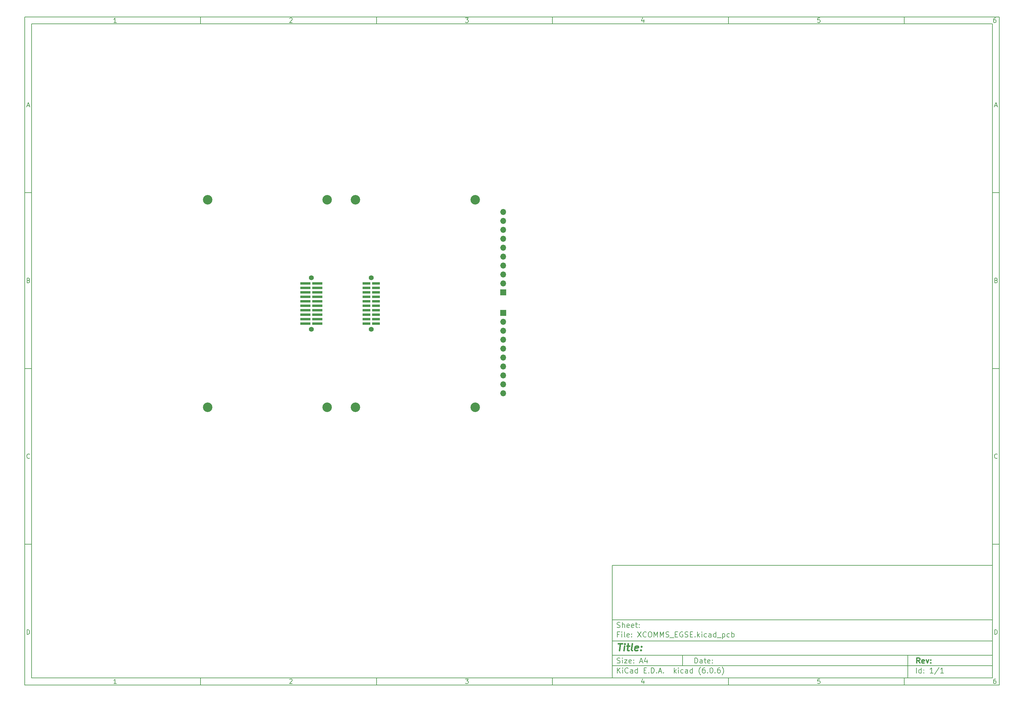
<source format=gbr>
%TF.GenerationSoftware,KiCad,Pcbnew,(6.0.6)*%
%TF.CreationDate,2022-07-08T12:35:32+02:00*%
%TF.ProjectId,XCOMMS_EGSE,58434f4d-4d53-45f4-9547-53452e6b6963,rev?*%
%TF.SameCoordinates,Original*%
%TF.FileFunction,Soldermask,Top*%
%TF.FilePolarity,Negative*%
%FSLAX46Y46*%
G04 Gerber Fmt 4.6, Leading zero omitted, Abs format (unit mm)*
G04 Created by KiCad (PCBNEW (6.0.6)) date 2022-07-08 12:35:32*
%MOMM*%
%LPD*%
G01*
G04 APERTURE LIST*
%ADD10C,0.100000*%
%ADD11C,0.150000*%
%ADD12C,0.300000*%
%ADD13C,0.400000*%
%ADD14C,2.700000*%
%ADD15R,1.700000X1.700000*%
%ADD16O,1.700000X1.700000*%
%ADD17C,1.420000*%
%ADD18R,2.920000X0.650000*%
%ADD19R,2.220000X0.740000*%
G04 APERTURE END LIST*
D10*
D11*
X177002200Y-166007200D02*
X177002200Y-198007200D01*
X285002200Y-198007200D01*
X285002200Y-166007200D01*
X177002200Y-166007200D01*
D10*
D11*
X10000000Y-10000000D02*
X10000000Y-200007200D01*
X287002200Y-200007200D01*
X287002200Y-10000000D01*
X10000000Y-10000000D01*
D10*
D11*
X12000000Y-12000000D02*
X12000000Y-198007200D01*
X285002200Y-198007200D01*
X285002200Y-12000000D01*
X12000000Y-12000000D01*
D10*
D11*
X60000000Y-12000000D02*
X60000000Y-10000000D01*
D10*
D11*
X110000000Y-12000000D02*
X110000000Y-10000000D01*
D10*
D11*
X160000000Y-12000000D02*
X160000000Y-10000000D01*
D10*
D11*
X210000000Y-12000000D02*
X210000000Y-10000000D01*
D10*
D11*
X260000000Y-12000000D02*
X260000000Y-10000000D01*
D10*
D11*
X36065476Y-11588095D02*
X35322619Y-11588095D01*
X35694047Y-11588095D02*
X35694047Y-10288095D01*
X35570238Y-10473809D01*
X35446428Y-10597619D01*
X35322619Y-10659523D01*
D10*
D11*
X85322619Y-10411904D02*
X85384523Y-10350000D01*
X85508333Y-10288095D01*
X85817857Y-10288095D01*
X85941666Y-10350000D01*
X86003571Y-10411904D01*
X86065476Y-10535714D01*
X86065476Y-10659523D01*
X86003571Y-10845238D01*
X85260714Y-11588095D01*
X86065476Y-11588095D01*
D10*
D11*
X135260714Y-10288095D02*
X136065476Y-10288095D01*
X135632142Y-10783333D01*
X135817857Y-10783333D01*
X135941666Y-10845238D01*
X136003571Y-10907142D01*
X136065476Y-11030952D01*
X136065476Y-11340476D01*
X136003571Y-11464285D01*
X135941666Y-11526190D01*
X135817857Y-11588095D01*
X135446428Y-11588095D01*
X135322619Y-11526190D01*
X135260714Y-11464285D01*
D10*
D11*
X185941666Y-10721428D02*
X185941666Y-11588095D01*
X185632142Y-10226190D02*
X185322619Y-11154761D01*
X186127380Y-11154761D01*
D10*
D11*
X236003571Y-10288095D02*
X235384523Y-10288095D01*
X235322619Y-10907142D01*
X235384523Y-10845238D01*
X235508333Y-10783333D01*
X235817857Y-10783333D01*
X235941666Y-10845238D01*
X236003571Y-10907142D01*
X236065476Y-11030952D01*
X236065476Y-11340476D01*
X236003571Y-11464285D01*
X235941666Y-11526190D01*
X235817857Y-11588095D01*
X235508333Y-11588095D01*
X235384523Y-11526190D01*
X235322619Y-11464285D01*
D10*
D11*
X285941666Y-10288095D02*
X285694047Y-10288095D01*
X285570238Y-10350000D01*
X285508333Y-10411904D01*
X285384523Y-10597619D01*
X285322619Y-10845238D01*
X285322619Y-11340476D01*
X285384523Y-11464285D01*
X285446428Y-11526190D01*
X285570238Y-11588095D01*
X285817857Y-11588095D01*
X285941666Y-11526190D01*
X286003571Y-11464285D01*
X286065476Y-11340476D01*
X286065476Y-11030952D01*
X286003571Y-10907142D01*
X285941666Y-10845238D01*
X285817857Y-10783333D01*
X285570238Y-10783333D01*
X285446428Y-10845238D01*
X285384523Y-10907142D01*
X285322619Y-11030952D01*
D10*
D11*
X60000000Y-198007200D02*
X60000000Y-200007200D01*
D10*
D11*
X110000000Y-198007200D02*
X110000000Y-200007200D01*
D10*
D11*
X160000000Y-198007200D02*
X160000000Y-200007200D01*
D10*
D11*
X210000000Y-198007200D02*
X210000000Y-200007200D01*
D10*
D11*
X260000000Y-198007200D02*
X260000000Y-200007200D01*
D10*
D11*
X36065476Y-199595295D02*
X35322619Y-199595295D01*
X35694047Y-199595295D02*
X35694047Y-198295295D01*
X35570238Y-198481009D01*
X35446428Y-198604819D01*
X35322619Y-198666723D01*
D10*
D11*
X85322619Y-198419104D02*
X85384523Y-198357200D01*
X85508333Y-198295295D01*
X85817857Y-198295295D01*
X85941666Y-198357200D01*
X86003571Y-198419104D01*
X86065476Y-198542914D01*
X86065476Y-198666723D01*
X86003571Y-198852438D01*
X85260714Y-199595295D01*
X86065476Y-199595295D01*
D10*
D11*
X135260714Y-198295295D02*
X136065476Y-198295295D01*
X135632142Y-198790533D01*
X135817857Y-198790533D01*
X135941666Y-198852438D01*
X136003571Y-198914342D01*
X136065476Y-199038152D01*
X136065476Y-199347676D01*
X136003571Y-199471485D01*
X135941666Y-199533390D01*
X135817857Y-199595295D01*
X135446428Y-199595295D01*
X135322619Y-199533390D01*
X135260714Y-199471485D01*
D10*
D11*
X185941666Y-198728628D02*
X185941666Y-199595295D01*
X185632142Y-198233390D02*
X185322619Y-199161961D01*
X186127380Y-199161961D01*
D10*
D11*
X236003571Y-198295295D02*
X235384523Y-198295295D01*
X235322619Y-198914342D01*
X235384523Y-198852438D01*
X235508333Y-198790533D01*
X235817857Y-198790533D01*
X235941666Y-198852438D01*
X236003571Y-198914342D01*
X236065476Y-199038152D01*
X236065476Y-199347676D01*
X236003571Y-199471485D01*
X235941666Y-199533390D01*
X235817857Y-199595295D01*
X235508333Y-199595295D01*
X235384523Y-199533390D01*
X235322619Y-199471485D01*
D10*
D11*
X285941666Y-198295295D02*
X285694047Y-198295295D01*
X285570238Y-198357200D01*
X285508333Y-198419104D01*
X285384523Y-198604819D01*
X285322619Y-198852438D01*
X285322619Y-199347676D01*
X285384523Y-199471485D01*
X285446428Y-199533390D01*
X285570238Y-199595295D01*
X285817857Y-199595295D01*
X285941666Y-199533390D01*
X286003571Y-199471485D01*
X286065476Y-199347676D01*
X286065476Y-199038152D01*
X286003571Y-198914342D01*
X285941666Y-198852438D01*
X285817857Y-198790533D01*
X285570238Y-198790533D01*
X285446428Y-198852438D01*
X285384523Y-198914342D01*
X285322619Y-199038152D01*
D10*
D11*
X10000000Y-60000000D02*
X12000000Y-60000000D01*
D10*
D11*
X10000000Y-110000000D02*
X12000000Y-110000000D01*
D10*
D11*
X10000000Y-160000000D02*
X12000000Y-160000000D01*
D10*
D11*
X10690476Y-35216666D02*
X11309523Y-35216666D01*
X10566666Y-35588095D02*
X11000000Y-34288095D01*
X11433333Y-35588095D01*
D10*
D11*
X11092857Y-84907142D02*
X11278571Y-84969047D01*
X11340476Y-85030952D01*
X11402380Y-85154761D01*
X11402380Y-85340476D01*
X11340476Y-85464285D01*
X11278571Y-85526190D01*
X11154761Y-85588095D01*
X10659523Y-85588095D01*
X10659523Y-84288095D01*
X11092857Y-84288095D01*
X11216666Y-84350000D01*
X11278571Y-84411904D01*
X11340476Y-84535714D01*
X11340476Y-84659523D01*
X11278571Y-84783333D01*
X11216666Y-84845238D01*
X11092857Y-84907142D01*
X10659523Y-84907142D01*
D10*
D11*
X11402380Y-135464285D02*
X11340476Y-135526190D01*
X11154761Y-135588095D01*
X11030952Y-135588095D01*
X10845238Y-135526190D01*
X10721428Y-135402380D01*
X10659523Y-135278571D01*
X10597619Y-135030952D01*
X10597619Y-134845238D01*
X10659523Y-134597619D01*
X10721428Y-134473809D01*
X10845238Y-134350000D01*
X11030952Y-134288095D01*
X11154761Y-134288095D01*
X11340476Y-134350000D01*
X11402380Y-134411904D01*
D10*
D11*
X10659523Y-185588095D02*
X10659523Y-184288095D01*
X10969047Y-184288095D01*
X11154761Y-184350000D01*
X11278571Y-184473809D01*
X11340476Y-184597619D01*
X11402380Y-184845238D01*
X11402380Y-185030952D01*
X11340476Y-185278571D01*
X11278571Y-185402380D01*
X11154761Y-185526190D01*
X10969047Y-185588095D01*
X10659523Y-185588095D01*
D10*
D11*
X287002200Y-60000000D02*
X285002200Y-60000000D01*
D10*
D11*
X287002200Y-110000000D02*
X285002200Y-110000000D01*
D10*
D11*
X287002200Y-160000000D02*
X285002200Y-160000000D01*
D10*
D11*
X285692676Y-35216666D02*
X286311723Y-35216666D01*
X285568866Y-35588095D02*
X286002200Y-34288095D01*
X286435533Y-35588095D01*
D10*
D11*
X286095057Y-84907142D02*
X286280771Y-84969047D01*
X286342676Y-85030952D01*
X286404580Y-85154761D01*
X286404580Y-85340476D01*
X286342676Y-85464285D01*
X286280771Y-85526190D01*
X286156961Y-85588095D01*
X285661723Y-85588095D01*
X285661723Y-84288095D01*
X286095057Y-84288095D01*
X286218866Y-84350000D01*
X286280771Y-84411904D01*
X286342676Y-84535714D01*
X286342676Y-84659523D01*
X286280771Y-84783333D01*
X286218866Y-84845238D01*
X286095057Y-84907142D01*
X285661723Y-84907142D01*
D10*
D11*
X286404580Y-135464285D02*
X286342676Y-135526190D01*
X286156961Y-135588095D01*
X286033152Y-135588095D01*
X285847438Y-135526190D01*
X285723628Y-135402380D01*
X285661723Y-135278571D01*
X285599819Y-135030952D01*
X285599819Y-134845238D01*
X285661723Y-134597619D01*
X285723628Y-134473809D01*
X285847438Y-134350000D01*
X286033152Y-134288095D01*
X286156961Y-134288095D01*
X286342676Y-134350000D01*
X286404580Y-134411904D01*
D10*
D11*
X285661723Y-185588095D02*
X285661723Y-184288095D01*
X285971247Y-184288095D01*
X286156961Y-184350000D01*
X286280771Y-184473809D01*
X286342676Y-184597619D01*
X286404580Y-184845238D01*
X286404580Y-185030952D01*
X286342676Y-185278571D01*
X286280771Y-185402380D01*
X286156961Y-185526190D01*
X285971247Y-185588095D01*
X285661723Y-185588095D01*
D10*
D11*
X200434342Y-193785771D02*
X200434342Y-192285771D01*
X200791485Y-192285771D01*
X201005771Y-192357200D01*
X201148628Y-192500057D01*
X201220057Y-192642914D01*
X201291485Y-192928628D01*
X201291485Y-193142914D01*
X201220057Y-193428628D01*
X201148628Y-193571485D01*
X201005771Y-193714342D01*
X200791485Y-193785771D01*
X200434342Y-193785771D01*
X202577200Y-193785771D02*
X202577200Y-193000057D01*
X202505771Y-192857200D01*
X202362914Y-192785771D01*
X202077200Y-192785771D01*
X201934342Y-192857200D01*
X202577200Y-193714342D02*
X202434342Y-193785771D01*
X202077200Y-193785771D01*
X201934342Y-193714342D01*
X201862914Y-193571485D01*
X201862914Y-193428628D01*
X201934342Y-193285771D01*
X202077200Y-193214342D01*
X202434342Y-193214342D01*
X202577200Y-193142914D01*
X203077200Y-192785771D02*
X203648628Y-192785771D01*
X203291485Y-192285771D02*
X203291485Y-193571485D01*
X203362914Y-193714342D01*
X203505771Y-193785771D01*
X203648628Y-193785771D01*
X204720057Y-193714342D02*
X204577200Y-193785771D01*
X204291485Y-193785771D01*
X204148628Y-193714342D01*
X204077200Y-193571485D01*
X204077200Y-193000057D01*
X204148628Y-192857200D01*
X204291485Y-192785771D01*
X204577200Y-192785771D01*
X204720057Y-192857200D01*
X204791485Y-193000057D01*
X204791485Y-193142914D01*
X204077200Y-193285771D01*
X205434342Y-193642914D02*
X205505771Y-193714342D01*
X205434342Y-193785771D01*
X205362914Y-193714342D01*
X205434342Y-193642914D01*
X205434342Y-193785771D01*
X205434342Y-192857200D02*
X205505771Y-192928628D01*
X205434342Y-193000057D01*
X205362914Y-192928628D01*
X205434342Y-192857200D01*
X205434342Y-193000057D01*
D10*
D11*
X177002200Y-194507200D02*
X285002200Y-194507200D01*
D10*
D11*
X178434342Y-196585771D02*
X178434342Y-195085771D01*
X179291485Y-196585771D02*
X178648628Y-195728628D01*
X179291485Y-195085771D02*
X178434342Y-195942914D01*
X179934342Y-196585771D02*
X179934342Y-195585771D01*
X179934342Y-195085771D02*
X179862914Y-195157200D01*
X179934342Y-195228628D01*
X180005771Y-195157200D01*
X179934342Y-195085771D01*
X179934342Y-195228628D01*
X181505771Y-196442914D02*
X181434342Y-196514342D01*
X181220057Y-196585771D01*
X181077200Y-196585771D01*
X180862914Y-196514342D01*
X180720057Y-196371485D01*
X180648628Y-196228628D01*
X180577200Y-195942914D01*
X180577200Y-195728628D01*
X180648628Y-195442914D01*
X180720057Y-195300057D01*
X180862914Y-195157200D01*
X181077200Y-195085771D01*
X181220057Y-195085771D01*
X181434342Y-195157200D01*
X181505771Y-195228628D01*
X182791485Y-196585771D02*
X182791485Y-195800057D01*
X182720057Y-195657200D01*
X182577200Y-195585771D01*
X182291485Y-195585771D01*
X182148628Y-195657200D01*
X182791485Y-196514342D02*
X182648628Y-196585771D01*
X182291485Y-196585771D01*
X182148628Y-196514342D01*
X182077200Y-196371485D01*
X182077200Y-196228628D01*
X182148628Y-196085771D01*
X182291485Y-196014342D01*
X182648628Y-196014342D01*
X182791485Y-195942914D01*
X184148628Y-196585771D02*
X184148628Y-195085771D01*
X184148628Y-196514342D02*
X184005771Y-196585771D01*
X183720057Y-196585771D01*
X183577200Y-196514342D01*
X183505771Y-196442914D01*
X183434342Y-196300057D01*
X183434342Y-195871485D01*
X183505771Y-195728628D01*
X183577200Y-195657200D01*
X183720057Y-195585771D01*
X184005771Y-195585771D01*
X184148628Y-195657200D01*
X186005771Y-195800057D02*
X186505771Y-195800057D01*
X186720057Y-196585771D02*
X186005771Y-196585771D01*
X186005771Y-195085771D01*
X186720057Y-195085771D01*
X187362914Y-196442914D02*
X187434342Y-196514342D01*
X187362914Y-196585771D01*
X187291485Y-196514342D01*
X187362914Y-196442914D01*
X187362914Y-196585771D01*
X188077200Y-196585771D02*
X188077200Y-195085771D01*
X188434342Y-195085771D01*
X188648628Y-195157200D01*
X188791485Y-195300057D01*
X188862914Y-195442914D01*
X188934342Y-195728628D01*
X188934342Y-195942914D01*
X188862914Y-196228628D01*
X188791485Y-196371485D01*
X188648628Y-196514342D01*
X188434342Y-196585771D01*
X188077200Y-196585771D01*
X189577200Y-196442914D02*
X189648628Y-196514342D01*
X189577200Y-196585771D01*
X189505771Y-196514342D01*
X189577200Y-196442914D01*
X189577200Y-196585771D01*
X190220057Y-196157200D02*
X190934342Y-196157200D01*
X190077200Y-196585771D02*
X190577200Y-195085771D01*
X191077200Y-196585771D01*
X191577200Y-196442914D02*
X191648628Y-196514342D01*
X191577200Y-196585771D01*
X191505771Y-196514342D01*
X191577200Y-196442914D01*
X191577200Y-196585771D01*
X194577200Y-196585771D02*
X194577200Y-195085771D01*
X194720057Y-196014342D02*
X195148628Y-196585771D01*
X195148628Y-195585771D02*
X194577200Y-196157200D01*
X195791485Y-196585771D02*
X195791485Y-195585771D01*
X195791485Y-195085771D02*
X195720057Y-195157200D01*
X195791485Y-195228628D01*
X195862914Y-195157200D01*
X195791485Y-195085771D01*
X195791485Y-195228628D01*
X197148628Y-196514342D02*
X197005771Y-196585771D01*
X196720057Y-196585771D01*
X196577200Y-196514342D01*
X196505771Y-196442914D01*
X196434342Y-196300057D01*
X196434342Y-195871485D01*
X196505771Y-195728628D01*
X196577200Y-195657200D01*
X196720057Y-195585771D01*
X197005771Y-195585771D01*
X197148628Y-195657200D01*
X198434342Y-196585771D02*
X198434342Y-195800057D01*
X198362914Y-195657200D01*
X198220057Y-195585771D01*
X197934342Y-195585771D01*
X197791485Y-195657200D01*
X198434342Y-196514342D02*
X198291485Y-196585771D01*
X197934342Y-196585771D01*
X197791485Y-196514342D01*
X197720057Y-196371485D01*
X197720057Y-196228628D01*
X197791485Y-196085771D01*
X197934342Y-196014342D01*
X198291485Y-196014342D01*
X198434342Y-195942914D01*
X199791485Y-196585771D02*
X199791485Y-195085771D01*
X199791485Y-196514342D02*
X199648628Y-196585771D01*
X199362914Y-196585771D01*
X199220057Y-196514342D01*
X199148628Y-196442914D01*
X199077200Y-196300057D01*
X199077200Y-195871485D01*
X199148628Y-195728628D01*
X199220057Y-195657200D01*
X199362914Y-195585771D01*
X199648628Y-195585771D01*
X199791485Y-195657200D01*
X202077200Y-197157200D02*
X202005771Y-197085771D01*
X201862914Y-196871485D01*
X201791485Y-196728628D01*
X201720057Y-196514342D01*
X201648628Y-196157200D01*
X201648628Y-195871485D01*
X201720057Y-195514342D01*
X201791485Y-195300057D01*
X201862914Y-195157200D01*
X202005771Y-194942914D01*
X202077200Y-194871485D01*
X203291485Y-195085771D02*
X203005771Y-195085771D01*
X202862914Y-195157200D01*
X202791485Y-195228628D01*
X202648628Y-195442914D01*
X202577200Y-195728628D01*
X202577200Y-196300057D01*
X202648628Y-196442914D01*
X202720057Y-196514342D01*
X202862914Y-196585771D01*
X203148628Y-196585771D01*
X203291485Y-196514342D01*
X203362914Y-196442914D01*
X203434342Y-196300057D01*
X203434342Y-195942914D01*
X203362914Y-195800057D01*
X203291485Y-195728628D01*
X203148628Y-195657200D01*
X202862914Y-195657200D01*
X202720057Y-195728628D01*
X202648628Y-195800057D01*
X202577200Y-195942914D01*
X204077200Y-196442914D02*
X204148628Y-196514342D01*
X204077200Y-196585771D01*
X204005771Y-196514342D01*
X204077200Y-196442914D01*
X204077200Y-196585771D01*
X205077200Y-195085771D02*
X205220057Y-195085771D01*
X205362914Y-195157200D01*
X205434342Y-195228628D01*
X205505771Y-195371485D01*
X205577200Y-195657200D01*
X205577200Y-196014342D01*
X205505771Y-196300057D01*
X205434342Y-196442914D01*
X205362914Y-196514342D01*
X205220057Y-196585771D01*
X205077200Y-196585771D01*
X204934342Y-196514342D01*
X204862914Y-196442914D01*
X204791485Y-196300057D01*
X204720057Y-196014342D01*
X204720057Y-195657200D01*
X204791485Y-195371485D01*
X204862914Y-195228628D01*
X204934342Y-195157200D01*
X205077200Y-195085771D01*
X206220057Y-196442914D02*
X206291485Y-196514342D01*
X206220057Y-196585771D01*
X206148628Y-196514342D01*
X206220057Y-196442914D01*
X206220057Y-196585771D01*
X207577200Y-195085771D02*
X207291485Y-195085771D01*
X207148628Y-195157200D01*
X207077200Y-195228628D01*
X206934342Y-195442914D01*
X206862914Y-195728628D01*
X206862914Y-196300057D01*
X206934342Y-196442914D01*
X207005771Y-196514342D01*
X207148628Y-196585771D01*
X207434342Y-196585771D01*
X207577200Y-196514342D01*
X207648628Y-196442914D01*
X207720057Y-196300057D01*
X207720057Y-195942914D01*
X207648628Y-195800057D01*
X207577200Y-195728628D01*
X207434342Y-195657200D01*
X207148628Y-195657200D01*
X207005771Y-195728628D01*
X206934342Y-195800057D01*
X206862914Y-195942914D01*
X208220057Y-197157200D02*
X208291485Y-197085771D01*
X208434342Y-196871485D01*
X208505771Y-196728628D01*
X208577200Y-196514342D01*
X208648628Y-196157200D01*
X208648628Y-195871485D01*
X208577200Y-195514342D01*
X208505771Y-195300057D01*
X208434342Y-195157200D01*
X208291485Y-194942914D01*
X208220057Y-194871485D01*
D10*
D11*
X177002200Y-191507200D02*
X285002200Y-191507200D01*
D10*
D12*
X264411485Y-193785771D02*
X263911485Y-193071485D01*
X263554342Y-193785771D02*
X263554342Y-192285771D01*
X264125771Y-192285771D01*
X264268628Y-192357200D01*
X264340057Y-192428628D01*
X264411485Y-192571485D01*
X264411485Y-192785771D01*
X264340057Y-192928628D01*
X264268628Y-193000057D01*
X264125771Y-193071485D01*
X263554342Y-193071485D01*
X265625771Y-193714342D02*
X265482914Y-193785771D01*
X265197200Y-193785771D01*
X265054342Y-193714342D01*
X264982914Y-193571485D01*
X264982914Y-193000057D01*
X265054342Y-192857200D01*
X265197200Y-192785771D01*
X265482914Y-192785771D01*
X265625771Y-192857200D01*
X265697200Y-193000057D01*
X265697200Y-193142914D01*
X264982914Y-193285771D01*
X266197200Y-192785771D02*
X266554342Y-193785771D01*
X266911485Y-192785771D01*
X267482914Y-193642914D02*
X267554342Y-193714342D01*
X267482914Y-193785771D01*
X267411485Y-193714342D01*
X267482914Y-193642914D01*
X267482914Y-193785771D01*
X267482914Y-192857200D02*
X267554342Y-192928628D01*
X267482914Y-193000057D01*
X267411485Y-192928628D01*
X267482914Y-192857200D01*
X267482914Y-193000057D01*
D10*
D11*
X178362914Y-193714342D02*
X178577200Y-193785771D01*
X178934342Y-193785771D01*
X179077200Y-193714342D01*
X179148628Y-193642914D01*
X179220057Y-193500057D01*
X179220057Y-193357200D01*
X179148628Y-193214342D01*
X179077200Y-193142914D01*
X178934342Y-193071485D01*
X178648628Y-193000057D01*
X178505771Y-192928628D01*
X178434342Y-192857200D01*
X178362914Y-192714342D01*
X178362914Y-192571485D01*
X178434342Y-192428628D01*
X178505771Y-192357200D01*
X178648628Y-192285771D01*
X179005771Y-192285771D01*
X179220057Y-192357200D01*
X179862914Y-193785771D02*
X179862914Y-192785771D01*
X179862914Y-192285771D02*
X179791485Y-192357200D01*
X179862914Y-192428628D01*
X179934342Y-192357200D01*
X179862914Y-192285771D01*
X179862914Y-192428628D01*
X180434342Y-192785771D02*
X181220057Y-192785771D01*
X180434342Y-193785771D01*
X181220057Y-193785771D01*
X182362914Y-193714342D02*
X182220057Y-193785771D01*
X181934342Y-193785771D01*
X181791485Y-193714342D01*
X181720057Y-193571485D01*
X181720057Y-193000057D01*
X181791485Y-192857200D01*
X181934342Y-192785771D01*
X182220057Y-192785771D01*
X182362914Y-192857200D01*
X182434342Y-193000057D01*
X182434342Y-193142914D01*
X181720057Y-193285771D01*
X183077200Y-193642914D02*
X183148628Y-193714342D01*
X183077200Y-193785771D01*
X183005771Y-193714342D01*
X183077200Y-193642914D01*
X183077200Y-193785771D01*
X183077200Y-192857200D02*
X183148628Y-192928628D01*
X183077200Y-193000057D01*
X183005771Y-192928628D01*
X183077200Y-192857200D01*
X183077200Y-193000057D01*
X184862914Y-193357200D02*
X185577200Y-193357200D01*
X184720057Y-193785771D02*
X185220057Y-192285771D01*
X185720057Y-193785771D01*
X186862914Y-192785771D02*
X186862914Y-193785771D01*
X186505771Y-192214342D02*
X186148628Y-193285771D01*
X187077200Y-193285771D01*
D10*
D11*
X263434342Y-196585771D02*
X263434342Y-195085771D01*
X264791485Y-196585771D02*
X264791485Y-195085771D01*
X264791485Y-196514342D02*
X264648628Y-196585771D01*
X264362914Y-196585771D01*
X264220057Y-196514342D01*
X264148628Y-196442914D01*
X264077200Y-196300057D01*
X264077200Y-195871485D01*
X264148628Y-195728628D01*
X264220057Y-195657200D01*
X264362914Y-195585771D01*
X264648628Y-195585771D01*
X264791485Y-195657200D01*
X265505771Y-196442914D02*
X265577200Y-196514342D01*
X265505771Y-196585771D01*
X265434342Y-196514342D01*
X265505771Y-196442914D01*
X265505771Y-196585771D01*
X265505771Y-195657200D02*
X265577200Y-195728628D01*
X265505771Y-195800057D01*
X265434342Y-195728628D01*
X265505771Y-195657200D01*
X265505771Y-195800057D01*
X268148628Y-196585771D02*
X267291485Y-196585771D01*
X267720057Y-196585771D02*
X267720057Y-195085771D01*
X267577200Y-195300057D01*
X267434342Y-195442914D01*
X267291485Y-195514342D01*
X269862914Y-195014342D02*
X268577200Y-196942914D01*
X271148628Y-196585771D02*
X270291485Y-196585771D01*
X270720057Y-196585771D02*
X270720057Y-195085771D01*
X270577200Y-195300057D01*
X270434342Y-195442914D01*
X270291485Y-195514342D01*
D10*
D11*
X177002200Y-187507200D02*
X285002200Y-187507200D01*
D10*
D13*
X178714580Y-188211961D02*
X179857438Y-188211961D01*
X179036009Y-190211961D02*
X179286009Y-188211961D01*
X180274104Y-190211961D02*
X180440771Y-188878628D01*
X180524104Y-188211961D02*
X180416961Y-188307200D01*
X180500295Y-188402438D01*
X180607438Y-188307200D01*
X180524104Y-188211961D01*
X180500295Y-188402438D01*
X181107438Y-188878628D02*
X181869342Y-188878628D01*
X181476485Y-188211961D02*
X181262200Y-189926247D01*
X181333628Y-190116723D01*
X181512200Y-190211961D01*
X181702676Y-190211961D01*
X182655057Y-190211961D02*
X182476485Y-190116723D01*
X182405057Y-189926247D01*
X182619342Y-188211961D01*
X184190771Y-190116723D02*
X183988390Y-190211961D01*
X183607438Y-190211961D01*
X183428866Y-190116723D01*
X183357438Y-189926247D01*
X183452676Y-189164342D01*
X183571723Y-188973866D01*
X183774104Y-188878628D01*
X184155057Y-188878628D01*
X184333628Y-188973866D01*
X184405057Y-189164342D01*
X184381247Y-189354819D01*
X183405057Y-189545295D01*
X185155057Y-190021485D02*
X185238390Y-190116723D01*
X185131247Y-190211961D01*
X185047914Y-190116723D01*
X185155057Y-190021485D01*
X185131247Y-190211961D01*
X185286009Y-188973866D02*
X185369342Y-189069104D01*
X185262200Y-189164342D01*
X185178866Y-189069104D01*
X185286009Y-188973866D01*
X185262200Y-189164342D01*
D10*
D11*
X178934342Y-185600057D02*
X178434342Y-185600057D01*
X178434342Y-186385771D02*
X178434342Y-184885771D01*
X179148628Y-184885771D01*
X179720057Y-186385771D02*
X179720057Y-185385771D01*
X179720057Y-184885771D02*
X179648628Y-184957200D01*
X179720057Y-185028628D01*
X179791485Y-184957200D01*
X179720057Y-184885771D01*
X179720057Y-185028628D01*
X180648628Y-186385771D02*
X180505771Y-186314342D01*
X180434342Y-186171485D01*
X180434342Y-184885771D01*
X181791485Y-186314342D02*
X181648628Y-186385771D01*
X181362914Y-186385771D01*
X181220057Y-186314342D01*
X181148628Y-186171485D01*
X181148628Y-185600057D01*
X181220057Y-185457200D01*
X181362914Y-185385771D01*
X181648628Y-185385771D01*
X181791485Y-185457200D01*
X181862914Y-185600057D01*
X181862914Y-185742914D01*
X181148628Y-185885771D01*
X182505771Y-186242914D02*
X182577200Y-186314342D01*
X182505771Y-186385771D01*
X182434342Y-186314342D01*
X182505771Y-186242914D01*
X182505771Y-186385771D01*
X182505771Y-185457200D02*
X182577200Y-185528628D01*
X182505771Y-185600057D01*
X182434342Y-185528628D01*
X182505771Y-185457200D01*
X182505771Y-185600057D01*
X184220057Y-184885771D02*
X185220057Y-186385771D01*
X185220057Y-184885771D02*
X184220057Y-186385771D01*
X186648628Y-186242914D02*
X186577200Y-186314342D01*
X186362914Y-186385771D01*
X186220057Y-186385771D01*
X186005771Y-186314342D01*
X185862914Y-186171485D01*
X185791485Y-186028628D01*
X185720057Y-185742914D01*
X185720057Y-185528628D01*
X185791485Y-185242914D01*
X185862914Y-185100057D01*
X186005771Y-184957200D01*
X186220057Y-184885771D01*
X186362914Y-184885771D01*
X186577200Y-184957200D01*
X186648628Y-185028628D01*
X187577200Y-184885771D02*
X187862914Y-184885771D01*
X188005771Y-184957200D01*
X188148628Y-185100057D01*
X188220057Y-185385771D01*
X188220057Y-185885771D01*
X188148628Y-186171485D01*
X188005771Y-186314342D01*
X187862914Y-186385771D01*
X187577200Y-186385771D01*
X187434342Y-186314342D01*
X187291485Y-186171485D01*
X187220057Y-185885771D01*
X187220057Y-185385771D01*
X187291485Y-185100057D01*
X187434342Y-184957200D01*
X187577200Y-184885771D01*
X188862914Y-186385771D02*
X188862914Y-184885771D01*
X189362914Y-185957200D01*
X189862914Y-184885771D01*
X189862914Y-186385771D01*
X190577200Y-186385771D02*
X190577200Y-184885771D01*
X191077200Y-185957200D01*
X191577200Y-184885771D01*
X191577200Y-186385771D01*
X192220057Y-186314342D02*
X192434342Y-186385771D01*
X192791485Y-186385771D01*
X192934342Y-186314342D01*
X193005771Y-186242914D01*
X193077200Y-186100057D01*
X193077200Y-185957200D01*
X193005771Y-185814342D01*
X192934342Y-185742914D01*
X192791485Y-185671485D01*
X192505771Y-185600057D01*
X192362914Y-185528628D01*
X192291485Y-185457200D01*
X192220057Y-185314342D01*
X192220057Y-185171485D01*
X192291485Y-185028628D01*
X192362914Y-184957200D01*
X192505771Y-184885771D01*
X192862914Y-184885771D01*
X193077200Y-184957200D01*
X193362914Y-186528628D02*
X194505771Y-186528628D01*
X194862914Y-185600057D02*
X195362914Y-185600057D01*
X195577200Y-186385771D02*
X194862914Y-186385771D01*
X194862914Y-184885771D01*
X195577200Y-184885771D01*
X197005771Y-184957200D02*
X196862914Y-184885771D01*
X196648628Y-184885771D01*
X196434342Y-184957200D01*
X196291485Y-185100057D01*
X196220057Y-185242914D01*
X196148628Y-185528628D01*
X196148628Y-185742914D01*
X196220057Y-186028628D01*
X196291485Y-186171485D01*
X196434342Y-186314342D01*
X196648628Y-186385771D01*
X196791485Y-186385771D01*
X197005771Y-186314342D01*
X197077200Y-186242914D01*
X197077200Y-185742914D01*
X196791485Y-185742914D01*
X197648628Y-186314342D02*
X197862914Y-186385771D01*
X198220057Y-186385771D01*
X198362914Y-186314342D01*
X198434342Y-186242914D01*
X198505771Y-186100057D01*
X198505771Y-185957200D01*
X198434342Y-185814342D01*
X198362914Y-185742914D01*
X198220057Y-185671485D01*
X197934342Y-185600057D01*
X197791485Y-185528628D01*
X197720057Y-185457200D01*
X197648628Y-185314342D01*
X197648628Y-185171485D01*
X197720057Y-185028628D01*
X197791485Y-184957200D01*
X197934342Y-184885771D01*
X198291485Y-184885771D01*
X198505771Y-184957200D01*
X199148628Y-185600057D02*
X199648628Y-185600057D01*
X199862914Y-186385771D02*
X199148628Y-186385771D01*
X199148628Y-184885771D01*
X199862914Y-184885771D01*
X200505771Y-186242914D02*
X200577200Y-186314342D01*
X200505771Y-186385771D01*
X200434342Y-186314342D01*
X200505771Y-186242914D01*
X200505771Y-186385771D01*
X201220057Y-186385771D02*
X201220057Y-184885771D01*
X201362914Y-185814342D02*
X201791485Y-186385771D01*
X201791485Y-185385771D02*
X201220057Y-185957200D01*
X202434342Y-186385771D02*
X202434342Y-185385771D01*
X202434342Y-184885771D02*
X202362914Y-184957200D01*
X202434342Y-185028628D01*
X202505771Y-184957200D01*
X202434342Y-184885771D01*
X202434342Y-185028628D01*
X203791485Y-186314342D02*
X203648628Y-186385771D01*
X203362914Y-186385771D01*
X203220057Y-186314342D01*
X203148628Y-186242914D01*
X203077200Y-186100057D01*
X203077200Y-185671485D01*
X203148628Y-185528628D01*
X203220057Y-185457200D01*
X203362914Y-185385771D01*
X203648628Y-185385771D01*
X203791485Y-185457200D01*
X205077200Y-186385771D02*
X205077200Y-185600057D01*
X205005771Y-185457200D01*
X204862914Y-185385771D01*
X204577200Y-185385771D01*
X204434342Y-185457200D01*
X205077200Y-186314342D02*
X204934342Y-186385771D01*
X204577200Y-186385771D01*
X204434342Y-186314342D01*
X204362914Y-186171485D01*
X204362914Y-186028628D01*
X204434342Y-185885771D01*
X204577200Y-185814342D01*
X204934342Y-185814342D01*
X205077200Y-185742914D01*
X206434342Y-186385771D02*
X206434342Y-184885771D01*
X206434342Y-186314342D02*
X206291485Y-186385771D01*
X206005771Y-186385771D01*
X205862914Y-186314342D01*
X205791485Y-186242914D01*
X205720057Y-186100057D01*
X205720057Y-185671485D01*
X205791485Y-185528628D01*
X205862914Y-185457200D01*
X206005771Y-185385771D01*
X206291485Y-185385771D01*
X206434342Y-185457200D01*
X206791485Y-186528628D02*
X207934342Y-186528628D01*
X208291485Y-185385771D02*
X208291485Y-186885771D01*
X208291485Y-185457200D02*
X208434342Y-185385771D01*
X208720057Y-185385771D01*
X208862914Y-185457200D01*
X208934342Y-185528628D01*
X209005771Y-185671485D01*
X209005771Y-186100057D01*
X208934342Y-186242914D01*
X208862914Y-186314342D01*
X208720057Y-186385771D01*
X208434342Y-186385771D01*
X208291485Y-186314342D01*
X210291485Y-186314342D02*
X210148628Y-186385771D01*
X209862914Y-186385771D01*
X209720057Y-186314342D01*
X209648628Y-186242914D01*
X209577200Y-186100057D01*
X209577200Y-185671485D01*
X209648628Y-185528628D01*
X209720057Y-185457200D01*
X209862914Y-185385771D01*
X210148628Y-185385771D01*
X210291485Y-185457200D01*
X210934342Y-186385771D02*
X210934342Y-184885771D01*
X210934342Y-185457200D02*
X211077200Y-185385771D01*
X211362914Y-185385771D01*
X211505771Y-185457200D01*
X211577200Y-185528628D01*
X211648628Y-185671485D01*
X211648628Y-186100057D01*
X211577200Y-186242914D01*
X211505771Y-186314342D01*
X211362914Y-186385771D01*
X211077200Y-186385771D01*
X210934342Y-186314342D01*
D10*
D11*
X177002200Y-181507200D02*
X285002200Y-181507200D01*
D10*
D11*
X178362914Y-183614342D02*
X178577200Y-183685771D01*
X178934342Y-183685771D01*
X179077200Y-183614342D01*
X179148628Y-183542914D01*
X179220057Y-183400057D01*
X179220057Y-183257200D01*
X179148628Y-183114342D01*
X179077200Y-183042914D01*
X178934342Y-182971485D01*
X178648628Y-182900057D01*
X178505771Y-182828628D01*
X178434342Y-182757200D01*
X178362914Y-182614342D01*
X178362914Y-182471485D01*
X178434342Y-182328628D01*
X178505771Y-182257200D01*
X178648628Y-182185771D01*
X179005771Y-182185771D01*
X179220057Y-182257200D01*
X179862914Y-183685771D02*
X179862914Y-182185771D01*
X180505771Y-183685771D02*
X180505771Y-182900057D01*
X180434342Y-182757200D01*
X180291485Y-182685771D01*
X180077200Y-182685771D01*
X179934342Y-182757200D01*
X179862914Y-182828628D01*
X181791485Y-183614342D02*
X181648628Y-183685771D01*
X181362914Y-183685771D01*
X181220057Y-183614342D01*
X181148628Y-183471485D01*
X181148628Y-182900057D01*
X181220057Y-182757200D01*
X181362914Y-182685771D01*
X181648628Y-182685771D01*
X181791485Y-182757200D01*
X181862914Y-182900057D01*
X181862914Y-183042914D01*
X181148628Y-183185771D01*
X183077200Y-183614342D02*
X182934342Y-183685771D01*
X182648628Y-183685771D01*
X182505771Y-183614342D01*
X182434342Y-183471485D01*
X182434342Y-182900057D01*
X182505771Y-182757200D01*
X182648628Y-182685771D01*
X182934342Y-182685771D01*
X183077200Y-182757200D01*
X183148628Y-182900057D01*
X183148628Y-183042914D01*
X182434342Y-183185771D01*
X183577200Y-182685771D02*
X184148628Y-182685771D01*
X183791485Y-182185771D02*
X183791485Y-183471485D01*
X183862914Y-183614342D01*
X184005771Y-183685771D01*
X184148628Y-183685771D01*
X184648628Y-183542914D02*
X184720057Y-183614342D01*
X184648628Y-183685771D01*
X184577200Y-183614342D01*
X184648628Y-183542914D01*
X184648628Y-183685771D01*
X184648628Y-182757200D02*
X184720057Y-182828628D01*
X184648628Y-182900057D01*
X184577200Y-182828628D01*
X184648628Y-182757200D01*
X184648628Y-182900057D01*
D10*
D12*
D10*
D11*
D10*
D11*
D10*
D11*
D10*
D11*
D10*
D11*
X197002200Y-191507200D02*
X197002200Y-194507200D01*
D10*
D11*
X261002200Y-191507200D02*
X261002200Y-198007200D01*
D14*
%TO.C,H3*%
X62000000Y-121000000D03*
%TD*%
%TO.C,H6*%
X104000000Y-121000000D03*
%TD*%
%TO.C,H7*%
X138000000Y-62000000D03*
%TD*%
%TO.C,H8*%
X138000000Y-121000000D03*
%TD*%
D15*
%TO.C,J3*%
X146000000Y-94140000D03*
D16*
X146000000Y-96680000D03*
X146000000Y-99220000D03*
X146000000Y-101760000D03*
X146000000Y-104300000D03*
X146000000Y-106840000D03*
X146000000Y-109380000D03*
X146000000Y-111920000D03*
X146000000Y-114460000D03*
X146000000Y-117000000D03*
%TD*%
D14*
%TO.C,H4*%
X62000000Y-62000000D03*
%TD*%
%TO.C,H1*%
X96000000Y-121000000D03*
%TD*%
D17*
%TO.C,J1*%
X91485000Y-98800000D03*
X91485000Y-84190000D03*
D18*
X93200000Y-97210000D03*
X89770000Y-97210000D03*
X93200000Y-95940000D03*
X89770000Y-95940000D03*
X93200000Y-94670000D03*
X89770000Y-94670000D03*
X93200000Y-93400000D03*
X89770000Y-93400000D03*
X93200000Y-92130000D03*
X89770000Y-92130000D03*
X93200000Y-90860000D03*
X89770000Y-90860000D03*
X93200000Y-89590000D03*
X89770000Y-89590000D03*
X93200000Y-88320000D03*
X89770000Y-88320000D03*
X93200000Y-87050000D03*
X89770000Y-87050000D03*
X93200000Y-85780000D03*
X89770000Y-85780000D03*
%TD*%
D17*
%TO.C,J5*%
X108500000Y-84195000D03*
X108500000Y-98805000D03*
D19*
X107135000Y-97215000D03*
X109865000Y-97215000D03*
X107135000Y-95945000D03*
X109865000Y-95945000D03*
X107135000Y-94675000D03*
X109865000Y-94675000D03*
X107135000Y-93405000D03*
X109865000Y-93405000D03*
X107135000Y-92135000D03*
X109865000Y-92135000D03*
X107135000Y-90865000D03*
X109865000Y-90865000D03*
X107135000Y-89595000D03*
X109865000Y-89595000D03*
X107135000Y-88325000D03*
X109865000Y-88325000D03*
X107135000Y-87055000D03*
X109865000Y-87055000D03*
X107135000Y-85785000D03*
X109865000Y-85785000D03*
%TD*%
D15*
%TO.C,J2*%
X146000000Y-88300000D03*
D16*
X146000000Y-85760000D03*
X146000000Y-83220000D03*
X146000000Y-80680000D03*
X146000000Y-78140000D03*
X146000000Y-75600000D03*
X146000000Y-73060000D03*
X146000000Y-70520000D03*
X146000000Y-67980000D03*
X146000000Y-65440000D03*
%TD*%
D14*
%TO.C,H2*%
X96000000Y-62000000D03*
%TD*%
%TO.C,H5*%
X104000000Y-62000000D03*
%TD*%
M02*

</source>
